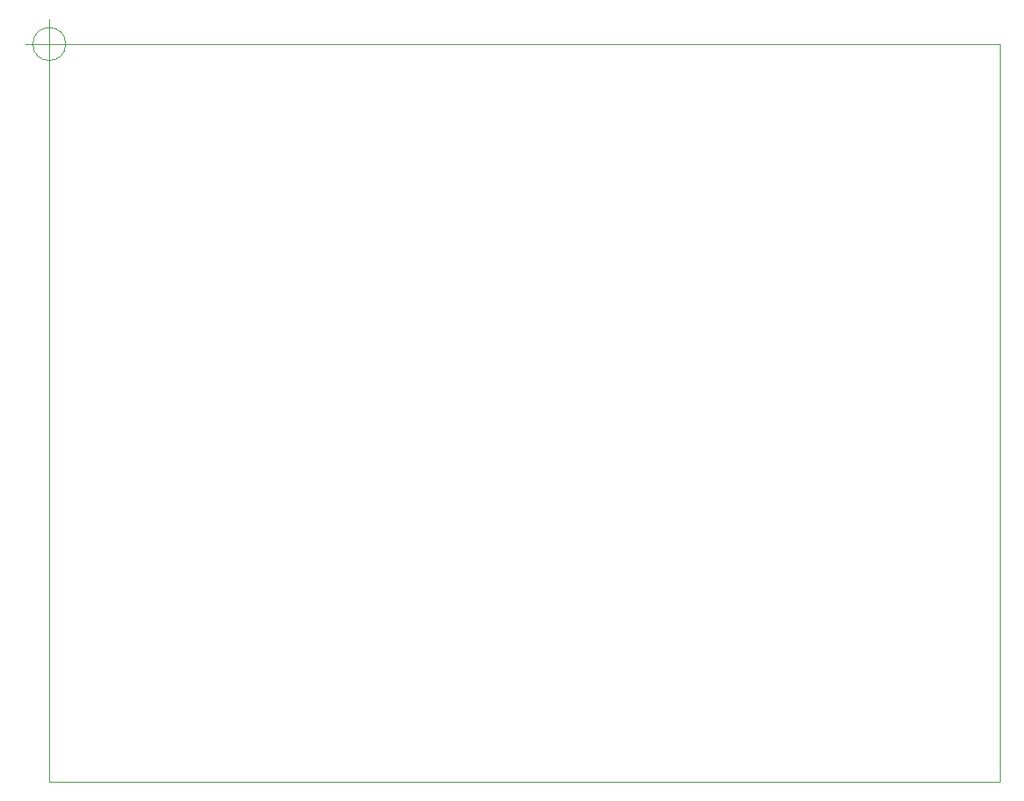
<source format=gbr>
%TF.GenerationSoftware,KiCad,Pcbnew,(5.1.6)-1*%
%TF.CreationDate,2021-05-27T20:40:55-04:00*%
%TF.ProjectId,MirrorDeflectionDriver,4d697272-6f72-4446-9566-6c656374696f,rev?*%
%TF.SameCoordinates,Original*%
%TF.FileFunction,Profile,NP*%
%FSLAX46Y46*%
G04 Gerber Fmt 4.6, Leading zero omitted, Abs format (unit mm)*
G04 Created by KiCad (PCBNEW (5.1.6)-1) date 2021-05-27 20:40:55*
%MOMM*%
%LPD*%
G01*
G04 APERTURE LIST*
%TA.AperFunction,Profile*%
%ADD10C,0.050000*%
%TD*%
G04 APERTURE END LIST*
D10*
X103266666Y-63500000D02*
G75*
G03*
X103266666Y-63500000I-1666666J0D01*
G01*
X99100000Y-63500000D02*
X104100000Y-63500000D01*
X101600000Y-61000000D02*
X101600000Y-66000000D01*
X198120000Y-63500000D02*
X101600000Y-63500000D01*
X198120000Y-138430000D02*
X198120000Y-63500000D01*
X101600000Y-138430000D02*
X198120000Y-138430000D01*
X101600000Y-63500000D02*
X101600000Y-138430000D01*
M02*

</source>
